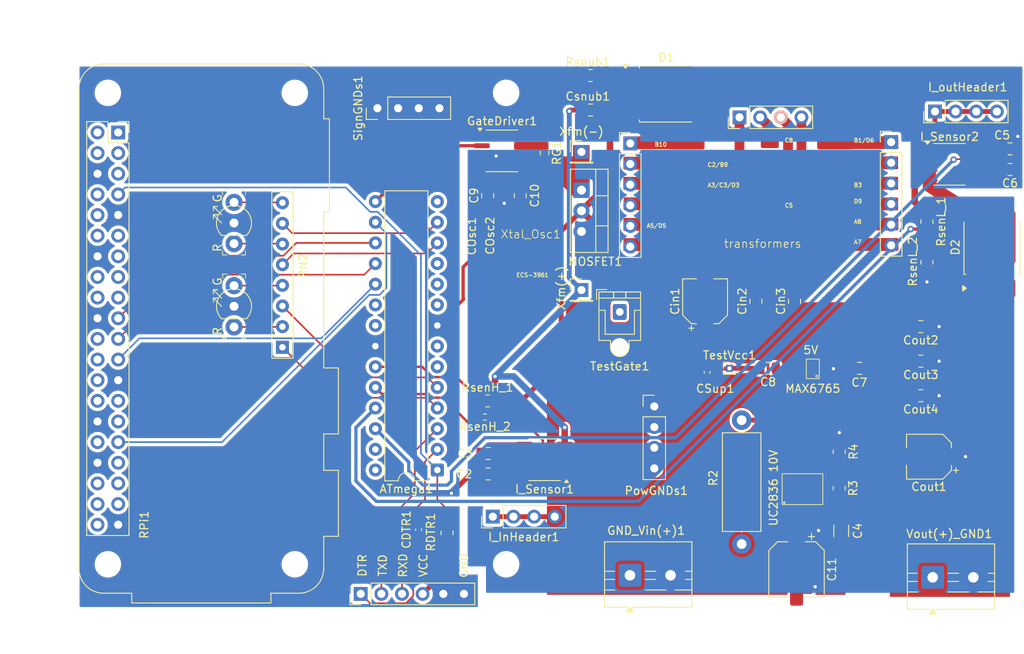
<source format=kicad_pcb>
(kicad_pcb (version 20241229) (generator "pcbnew") (generator_version "9.0")
  (title_block (title "EV Microgrid Flyback Converter ") (company "Cal Poly, Senior Project"))
  (layers (0 "F.Cu" signal) (2 "B.Cu" signal) (13 "F.Paste" user) (15 "B.Paste" user) (5 "F.SilkS" user "F.Silkscreen") (7 "B.SilkS" user "B.Silkscreen") (1 "F.Mask" user) (3 "B.Mask" user) (25 "Edge.Cuts" user))
  (net 0 "")
  (net 1 "/+5Vcc")
  (net 2 "AGND")
  (net 3 "Net-(I_Sensor1-FILTER)")
  (net 4 "PGND")
  (net 5 "/+10Vcc")
  (net 6 "Net-(I_Sensor2-FILTER)")
  (net 7 "Net-(MAX6765-ENABLE)")
  (net 8 "Net-(MAX6765-OUT)")
  (net 9 "/DTR")
  (net 10 "/!Reset")
  (net 11 "Net-(D1-A)")
  (net 12 "/Vin(+)")
  (net 13 "/Vout(+)")
  (net 14 "Net-(D1-K)")
  (net 15 "Net-(D2-A)")
  (net 17 "/PWM")
  (net 19 "Net-(GateDriver1-~{OUT_A})")
  (net 22 "Net-(I_outHeader1-Pin_1)")
  (net 23 "Net-(T1-AA)")
  (net 24 "/IH")
  (net 25 "/IL")
  (net 26 "Net-(UC2836_10V1-Shutdown)")
  (net 27 "/Red1")
  (net 28 "/Green1")
  (net 29 "Net-(D3-A1)")
  (net 30 "Net-(D3-A2)")
  (net 31 "Net-(D4-A2)")
  (net 32 "/Red2")
  (net 33 "/Green2")
  (net 34 "Net-(D4-A1)")
  (net 35 "/VH")
  (net 37 "/VL")
  (net 38 "/SCLK")
  (net 39 "Net-(ATmega1-XTAL1{slash}PB6)")
  (net 40 "Net-(ATmega1-XTAL2{slash}PB7)")
  (net 41 "unconnected-(ATmega1-AREF-Pad21)")
  (net 42 "/!SS")
  (net 43 "/MOSI")
  (net 44 "/RXD")
  (net 46 "/TXD")
  (net 47 "/ProReset")
  (net 48 "/MISO")
  (net 49 "Net-(UC2836_10V1-Driver_Sink)")
  (net 50 "Net-(UC2836_10V1-Feedback)")
  (net 52 "unconnected-(ATmega1-PC4-Pad27)")
  (net 53 "unconnected-(ATmega1-PB0-Pad14)")
  (net 66 "Net-(RPi1-3V3-Pad1)")
  (net 81 "Net-(MOSFET1-G)")
  (footprint "Capacitor_SMD:C_0201_0603Metric" (layer "F.Cu") (at 136.01 80.13 -90)
    (property "Reference" "COsc2")
    (property "Value" "22pF" (hide yes))
  )
  (footprint "Capacitor_SMD:C_0805_2012Metric" (layer "F.Cu") (at 170.21 93.13 180)
    (property "Reference" "C8")
    (property "Value" "0.1u" (hide yes))
  )
  (footprint "Capacitor_SMD:C_0805_2012Metric" (layer "F.Cu") (at 189 92.25 180)
    (property "Reference" "Cout3")
    (property "Value" "5u" (hide yes))
  )
  (footprint "Capacitor_SMD:C_0201_0603Metric" (layer "F.Cu") (at 133.75 80.13 -90)
    (property "Reference" "COsc1")
    (property "Value" "22pF" (hide yes))
  )
  (footprint "Resistor_SMD:R_0805_2012Metric" (layer "F.Cu") (at 178.96 103.38 -90)
    (property "Reference" "R4")
    (property "Value" "2.5k" (hide yes))
  )
  (footprint "Capacitor_SMD:C_0805_2012Metric" (layer "F.Cu") (at 189 88 180)
    (property "Reference" "Cout2")
    (property "Value" "5u" (hide yes))
  )
  (footprint "Resistor_SMD:R_0805_2012Metric" (layer "F.Cu") (at 130.71 113.38 -90)
    (property "Reference" "RDTR1")
    (property "Value" "10k" (hide yes))
  )
  (footprint "Capacitor_SMD:C_0805_2012Metric" (layer "F.Cu") (at 168.71 84.88 90)
    (property "Reference" "Cin2")
    (property "Value" "5u" (hide yes))
  )
  (footprint "FlybackSpecialtyComps:LED_3pin_P2.54mm" (layer "F.Cu") (at 104.5 77.79 90)
    (property "Reference" "D4" (hide yes))
    (property "Value" "LED_Dual_AKA" (hide yes))
  )
  (footprint "Capacitor_SMD:C_0805_2012Metric" (layer "F.Cu") (at 189 96.5 180)
    (property "Reference" "Cout4")
    (property "Value" "5u" (hide yes))
  )
  (footprint "Package_SO:SOIC-8_3.9x4.9mm_P1.27mm" (layer "F.Cu") (at 192.525 68.035)
    (property "Reference" "I_Sensor2")
    (property "Value" "ACS712xLCTR-05B" (hide yes))
  )
  (footprint "Package_SO:SOIC-8_3.9x4.9mm_P1.27mm" (layer "F.Cu") (at 137.46 66.38)
    (property "Reference" "GateDriver1")
    (property "Value" "TC4426xOA" (hide yes))
  )
  (footprint "Connector_PinHeader_1.00mm:PinHeader_1x01_P1.00mm_Vertical" (layer "F.Cu") (at 165.46 93.13)
    (property "Reference" "TestVcc1")
    (property "Value" "Conn_01x01_Pin" (hide yes))
  )
  (footprint "FlybackSpecialtyComps:transformers" (layer "F.Cu") (at 160.21 65.38)
    (property "Reference" "T1" (hide yes))
    (property "Value" "Transformer_1P_1S" (hide yes))
  )
  (footprint "Capacitor_SMD:CP_Elec_5x4.5" (layer "F.Cu") (at 162.46 84.88 90)
    (property "Reference" "Cin1")
    (property "Value" "10u" (hide yes))
  )
  (footprint "Package_TO_SOT_SMD:TO-252-3_TabPin2" (layer "F.Cu") (at 197.75 78.25 90)
    (property "Reference" "D2")
    (property "Value" "D" (hide yes))
  )
  (footprint "Resistor_THT:R_Array_SIP8" (layer "F.Cu") (at 110.46 90.54 90)
    (property "Reference" "RN2")
    (property "Value" "R_Pack04_SIP" (hide yes))
  )
  (footprint "Resistor_SMD:R_0805_2012Metric" (layer "F.Cu") (at 148.3725 57.105)
    (property "Reference" "Rsnub1")
    (property "Value" "110" (hide yes))
  )
  (footprint "Capacitor_SMD:C_0805_2012Metric" (layer "F.Cu") (at 135.71 71.88 90)
    (property "Reference" "C9")
    (property "Value" "10u" (hide yes))
  )
  (footprint "Connector_PinHeader_2.54mm:PinHeader_1x04_P2.54mm_Vertical" (layer "F.Cu") (at 136.34 111.38 90)
    (property "Reference" "I_InHeader1")
    (property "Value" "Conn_01x04_Pin" (hide yes))
  )
  (footprint "Capacitor_SMD:C_0805_2012Metric" (layer "F.Cu") (at 181.46 93.13)
    (property "Reference" "C7")
    (property "Value" "10u" (hide yes))
  )
  (footprint "Capacitor_SMD:C_0805_2012Metric" (layer "F.Cu") (at 148.3725 61.355)
    (property "Reference" "Csnub1")
    (property "Value" "4n" (hide yes))
  )
  (footprint "Capacitor_SMD:CP_Elec_5x4.5" (layer "F.Cu") (at 190 104 180)
    (property "Reference" "Cout1")
    (property "Value" "15u" (hide yes))
  )
  (footprint "Capacitor_SMD:C_0402_1005Metric" (layer "F.Cu") (at 162.71 93.63 -90)
    (property "Reference" "CSup1")
    (property "Value" "1uF" (hide yes))
  )
  (footprint "Capacitor_SMD:C_0805_2012Metric" (layer "F.Cu") (at 135.776297 106.116938 180)
    (property "Reference" "C2")
    (property "Value" "0.1u" (hide yes))
  )
  (footprint "Capacitor_SMD:C_0805_2012Metric" (layer "F.Cu") (at 199.975 66.13)
    (property "Reference" "C5")
    (property "Value" "0.1u" (hide yes))
  )
  (footprint "Connector_PinHeader_2.54mm:PinHeader_1x04_P2.54mm_Vertical" (layer "F.Cu") (at 156.21 97.82)
    (property "Reference" "PowGNDs1")
    (property "Value" "Conn_01x04_Pin" (hide yes))
  )
  (footprint "Connector_JST:JST_XH_B1B-XH-AM_1x01_P2.50mm_Vertical" (layer "F.Cu") (at 151.96 86.19)
    (property "Reference" "TestGate1")
    (property "Value" "Conn_01x01_Pin" (hide yes))
  )
  (footprint "FlybackSpecialtyComps:Max6765" (layer "F.Cu") (at 177.21 94.13 180)
    (property "Reference" "MAX6765")
    (property "Value" "5V Regulator" (hide yes))
  )
  (footprint "FlybackSpecialtyComps:FTDI_USB_TTL_Header" (layer "F.Cu") (at 120.09 120.88 90)
    (property "Reference" "Header1" (hide yes))
    (property "Value" "Conn_01x06_Male" (hide yes))
  )
  (footprint "Resistor_SMD:R_0805_2012Metric" (layer "F.Cu") (at 135.71 97.13)
    (property "Reference" "RsenH_1")
    (property "Value" "120k" (hide yes))
  )
  (footprint "Connector_PinHeader_2.54mm:PinHeader_1x04_P2.54mm_Vertical" (layer "F.Cu") (at 190.735 61.535 90)
    (property "Reference" "I_outHeader1")
    (property "Value" "Conn_01x04_Pin" (hide yes))
  )
  (footprint "Package_SO:SOIC-8_3.9x4.9mm_P1.27mm" (layer "F.Cu") (at 142.71 104.38 180)
    (property "Reference" "I_Sensor1")
    (property "Value" "ACS712xLCTR-05B" (hide yes))
  )
  (footprint "Resistor_SMD:R_0402_1005Metric_Pad0.72x0.64mm_HandSolder" (layer "F.Cu") (at 135.370389 99.13 180)
    (property "Reference" "RsenH_2")
    (property "Value" "10k" (hide yes))
  )
  (footprint "FlybackSpecialtyComps:FTDI_USB_TTL_Header" (layer "F.Cu") (at 185.349725 65.298571)
    (property "Reference" "Header1" (hide yes))
    (property "Value" "Conn_01x06_Male" (hide yes))
  )
  (footprint "Capacitor_SMD:C_0402_1005Metric" (layer "F.Cu") (at 127.21 112.98 -90)
    (property "Reference" "CDTR1")
    (property "Value" "1uF" (hide yes))
  )
  (footprint "Resistor_SMD:R_0805_2012Metric" (layer "F.Cu") (at 189.75 75.0875 -90)
    (property "Reference" "RsenL_1")
    (property "Value" "120k" (hide yes))
  )
  (footprint "Capacitor_SMD:C_0805_2012Metric" (layer "F.Cu") (at 139.71 71.88 90)
    (property "Reference" "C10")
    (property "Value" "0.1u" (hide yes))
  )
  (footprint "Resistor_SMD:R_0805_2012Metric" (layer "F.Cu") (at 178.96 107.88 90)
    (property "Reference" "R3")
    (property "Value" "7500" (hide yes))
  )
  (footprint "FlybackSpecialtyComps:LED_3pin_P2.54mm" (layer "F.Cu") (at 104.5 88.04 90)
    (property "Reference" "D3" (hide yes))
    (property "Value" "LED_Dual_AKA" (hide yes))
  )
  (footprint "Connector_PinHeader_2.54mm:PinHeader_1x01_P2.54mm_Vertical" (layer "F.Cu") (at 147.25 83.5)
    (property "Reference" "REF**" (hide yes))
    (property "Value" "PinHeader_1x01_P2.54mm_Vertical" (hide yes))
  )
  (footprint "Connector_PinHeader_2.54mm:PinHeader_1x01_P2.54mm_Vertical" (layer "F.Cu") (at 147.25 66.5)
    (property "Reference" "REF**" (hide yes))
    (property "Value" "PinHeader_1x01_P2.54mm_Vertical" (hide yes))
  )
  (footprint "Capacitor_SMD:C_0805_2012Metric" (layer "F.Cu") (at 173.46 84.88 90)
    (property "Reference" "Cin3")
    (property "Value" "5u" (hide yes))
  )
  (footprint "TerminalBlock:TerminalBlock_MaiXu_MX126-5.0-02P_1x02_P5.00mm" (layer "F.Cu") (at 153.21 118.5975)
    (property "Reference" "GND_Vin(+)1")
    (property "Value" "Screw_Terminal_01x02" (hide yes))
  )
  (footprint "Package_DIP:DIP-28_W7.62mm" (layer "F.Cu") (at 129.515 105.64 180)
    (property "Reference" "ATmega1")
    (property "Value" "ATmega328P-P" (hide yes))
  )
  (footprint "FlybackSpecialtyComps:UC2836" (layer "F.Cu") (at 172.46 110.87 90)
    (property "Reference" "UC2836_10V1" (hide yes))
    (property "Value" "10V Regulator" (hide yes))
  )
  (footprint "Package_TO_SOT_THT:TO-220-3_Vertical" (layer "F.Cu") (at 147.25 71.21 -90)
    (property "Reference" "MOSFET1")
    (property "Value" "IRF540N" (hide yes))
  )
  (footprint "Capacitor_SMD:C_0805_2012Metric" (layer "F.Cu") (at 135.776297 103.616938)
    (property "Reference" "C3")
    (property "Value" "1n" (hide yes))
  )
  (footprint "Connector_PinHeader_2.54mm:PinHeader_1x04_P2.54mm_Vertical" (layer "F.Cu") (at 122.15 61.13 90)
    (property "Reference" "SignGNDs1")
    (property "Value" "Conn_01x04_Pin" (hide yes))
  )
  (footprint "Resistor_SMD:R_0603_1608Metric" (layer "F.Cu") (at 142.71 66.63 -90)
    (property "Reference" "RG1")
    (property "Value" "0" (hide yes))
  )
  (footprint "FlybackSpecialtyComps:Raspberry_Pi_Zero_and_Four" (layer "F.Cu") (at 90.25 64.11)
    (property "Reference" "RPi1")
    (property "Value" "Raspberry_Pi_2_3")
  )
  (footprint "Resistor_SMD:R_0805_2012Metric" (layer "F.Cu") (at 189.75 80.0875 -90)
    (property "Reference" "RsenL_2")
    (property "Value" "10k" (hide yes))
  )
  (footprint "Connector_PinHeader_2.54mm:PinHeader_1x04_P2.54mm_Vertical" (layer "F.Cu") (at 166.69 62.25 90)
    (property "Reference" "I_InHeader1" (hide yes))
    (property "Value" "Conn_01x04_Pin" (hide yes))
  )
  (footprint "Capacitor_SMD:C_1206_3216Metric" (layer "F.Cu") (at 179.21 113.13 -90)
    (property "Reference" "C4")
    (property "Value" "30u" (hide yes))
  )
  (footprint "TerminalBlock:TerminalBlock_MaiXu_MX126-5.0-02P_1x02_P5.00mm" (layer "F.Cu") (at 190.46 118.8475)
    (property "Reference" "Vout(+)_GND1")
    (property "Value" "Screw_Terminal_01x02" (hide yes))
  )
  (footprint "Capacitor_SMD:C_0805_2012Metric" (layer "F.Cu") (at 199.975 68.668596 180)
    (property "Reference" "C6")
    (property "Value" "1n" (hide yes))
  )
  (footprint "FlybackSpecialtyComps:oscillator" (layer "F.Cu") (at 139.72 78.215)
    (property "Reference" "Xtal_Osc1")
    (property "Value" "ASCO" (hide yes))
  )
  (footprint "Resistor_THT:R_Axial_DIN0414_L11.9mm_D4.5mm_P15.24mm_Horizontal" (layer "F.Cu") (at 166.96 114.75 90)
    (property "Reference" "R2")
    (property "Value" "0.1" (hide yes))
  )
  (footprint "Capacitor_SMD:CP_Elec_6.3x7.7" (layer "F.Cu") (at 173.71 117.88 -90)
    (property "Reference" "C11")
    (property "Value" "30u" (hide yes))
  )
  (footprint "Package_TO_SOT_SMD:TO-252-3_TabPin2" (layer "F.Cu") (at 157.7 59.38)
    (property "Reference" "D1")
    (property "Value" "D" (hide yes))
  )
  (footprint "FlybackSpecialtyComps:FTDI_USB_TTL_Header" (layer "F.Cu") (at 153.25 65.46)
    (property "Reference" "Header1" (hide yes))
    (property "Value" "Conn_01x06_Male" (hide yes))
  )
  (gr_text "Xfm(+)" (at 144.75 83.25 90) (layer "F.SilkS") (effects (font (size 1 1))))
  (gr_text "5V" (at 175.46 90.88 0) (layer "F.SilkS") (effects (font (size 1 1))))
  (gr_text "Xfm(-)" (at 147.25 64 0) (layer "F.SilkS") (effects (font (size 1 1))))
  (segment (start 127.71 120.88) (end 130.71 117.88) (width 0.6) (layer "F.Cu") (net 1))
  (segment (start 162.71 93.15) (end 165.44 93.15) (width 0.5) (layer "F.Cu") (net 1))
  (segment (start 165.46 93.13) (end 169.26 93.13) (width 0.6) (layer "F.Cu") (net 1))
  (segment (start 130.71 117.88) (end 130.71 114.2925) (width 0.6) (layer "F.Cu") (net 1))
  (segment (start 140.235 106.355) (end 140.21 106.38) (width 0.2) (layer "F.Cu") (net 1))
  (segment (start 199.025 66.13) (end 195 66.13) (width 0.5) (layer "F.Cu") (net 1))
  (segment (start 140.235 106.285) (end 136.894359 106.285) (width 0.5) (layer "F.Cu") (net 1))
  (segment (start 140.235 106.285) (end 140.235 106.355) (width 0.2) (layer "F.Cu") (net 1))
  (segment (start 136.894359 106.285) (end 136.726297 106.116938) (width 0.2) (layer "F.Cu") (net 1))
  (segment (start 132.6875 84.6875) (end 132.6875 80.672501) (width 0.4) (layer "F.Cu") (net 2))
  (segment (start 136.01 79.81) (end 136.57 79.25) (width 0.4) (layer "F.Cu") (net 2))
  (segment (start 133.550001 79.81) (end 133.75 79.81) (width 0.4) (layer "F.Cu") (net 2))
  (segment (start 134.826297 106.116938) (end 134.826297 103.616938) (width 0.8) (layer "F.Cu") (net 2))
  (segment (start 140.235 102.475) (end 135.968235 102.475) (width 0.5) (layer "F.Cu") (net 2))
  (segment (start 195 69.94) (end 199.653596 69.94) (width 0.5) (layer "F.Cu") (net 2))
  (segment (start 129.515 87.86) (end 132.6875 84.6875) (width 0.4) (layer "F.Cu") (net 2))
  (segment (start 141.25 79.25) (end 141.25 79.225) (width 0.4) (layer "F.Cu") (net 2))
  (segment (start 133.75 79.81) (end 136.01 79.81) (width 0.4) (layer "F.Cu") (net 2))
  (segment (start 136.57 79.25) (end 141.25 79.25) (width 0.4) (layer "F.Cu") (net 2))
  (segment (start 134.826297 106.116938) (end 133.633062 106.116938) (width 0.6) (layer "F.Cu") (net 2))
  (segment (start 135.968235 102.475) (end 134.826297 103.616938) (width 0.5) (layer "F.Cu") (net 2))
  (segment (start 132.6875 80.672501) (end 133.550001 79.81) (width 0.4) (layer "F.Cu") (net 2))
  (segment (start 133.633062 106.116938) (end 131.25 108.5) (width 0.6) (layer "F.Cu") (net 2))
  (segment (start 200.925 66.13) (end 200.925 68.668596) (width 0.8) (layer "F.Cu") (net 2))
  (segment (start 200.925 66.13) (end 200.925 64.60971) (width 0.6) (layer "F.Cu") (net 2))
  (segment (start 199.653596 69.94) (end 200.925 68.668596) (width 0.5) (layer "F.Cu") (net 2))
  (segment (start 132.6875 84.6875) (end 132.75 84.625) (width 0.4) (layer "F.Cu") (net 2))
  (segment (start 141.25 79.225) (end 142.26 78.215) (width 0.4) (layer "F.Cu") (net 2))
  (via (at 131.25 108.5) (size 0.8) (drill 0.4) (layers "F.Cu" "B.Cu") (net 2))
  (via (at 200.9378 64.59691) (size 0.8) (drill 0.4) (layers "F.Cu" "B.Cu") (net 2))
  (segment (start 136.854359 103.745) (end 136.726297 103.616938) (width 0.2) (layer "F.Cu") (net 3))
  (segment (start 140.235 103.745) (end 136.854359 103.745) (width 0.5) (layer "F.Cu") (net 3))
  (segment (start 135.71 72.83) (end 137.75 72.83) (width 0.6) (layer "F.Cu") (net 4))
  (segment (start 134.985 67.015) (end 136.735 67.015) (width 0.6) (layer "F.Cu") (net 4))
  (segment (start 175 110.87) (end 175 111.669999) (width 0.6) (layer "F.Cu") (net 4))
  (segment (start 159 97.82) (end 162.71 94.11) (width 0.5) (layer "F.Cu") (net 4))
  (segment (start 189.95 96.5) (end 191.25 96.5) (width 0.6) (layer "F.Cu") (net 4))
  (segment (start 192.2 104) (end 194.5 104) (width 0.6) (layer "F.Cu") (net 4))
  (segment (start 177.21 93.18) (end 178.25 93.18) (width 0.4) (layer "F.Cu") (net 4))
  (segment (start 189.75 81) (end 189.75 82.5) (width 0.6) (layer "F.Cu") (net 4))
  (segment (start 189.95 92.25) (end 191.25 92.25) (width 0.6) (layer "F.Cu") (net 4))
  (segment (start 175 111.669999) (end 176.415 113.085) (width 0.6) (layer "F.Cu") (net 4))
  (segment (start 156.21 97.82) (end 159 97.82) (width 0.5) (layer "F.Cu") (net 4))
  (segment (start 175.42 120.58) (end 176 120) (width 0.6) (layer "F.Cu") (net 4))
  (segment (start 177.935001 114.605) (end 179.21 114.605) (width 0.6) (layer "F.Cu") (net 4))
  (segment (start 189.95 88) (end 191.25 88) (width 0.6) (layer "F.Cu") (net 4))
  (segment (start 178.96 102.4675) (end 178.96 101.053977) (width 0.6) (layer "F.Cu") (net 4))
  (segment (start 173.71 120.58) (end 175.42 120.58) (width 0.6) (layer "F.Cu") (net 4))
  (segment (start 137.75 72.83) (end 139.71 72.83) (width 0.6) (layer "F.Cu") (net 4))
  (segment (start 176.415 113.085) (end 177.935001 114.605) (width 0.6) (layer "F.Cu") (net 4))
  (via (at 189.75 82.5) (size 0.8) (drill 0.4) (layers "F.Cu" "B.Cu") (net 4))
  (via (at 191.25 88) (size 0.8) (drill 0.4) (layers "F.Cu" "B.Cu") (net 4))
  (via (at 136.75 67) (size 0.8) (drill 0.4) (layers "F.Cu" "B.Cu") (net 4))
  (via (at 176.415 113.085) (size 0.8) (drill 0.4) (layers "F.Cu" "B.Cu") (net 4))
  (via (at 176 120) (size 0.8) (drill 0.4) (layers "F.Cu" "B.Cu") (net 4))
  (via (at 178.25 93.18) (size 0.8) (drill 0.4) (layers "F.Cu" "B.Cu") (net 4))
  (via (at 194.5 104) (size 0.8) (drill 0.4) (layers "F.Cu" "B.Cu") (net 4))
  (via (at 191.25 92.25) (size 0.8) (drill 0.4) (layers "F.Cu" "B.Cu") (net 4))
  (via (at 137.75 72.83) (size 0.8) (drill 0.4) (layers "F.Cu" "B.Cu") (net 4))
  (via (at 178.970104 101.043873) (size 0.8) (drill 0.4) (layers "F.Cu" "B.Cu") (net 4))
  (via (at 191.25 96.5) (size 0.8) (drill 0.4) (layers "F.Cu" "B.Cu") (net 4))
  (segment (start 195.001404 68.668596) (end 195 68.67) (width 0.2) (layer "F.Cu") (net 6))
  (segment (start 199.025 68.668596) (end 195.001404 68.668596) (width 0.5) (layer "F.Cu") (net 6))
  (segment (start 176.61 92.23) (end 177.21 92.23) (width 0.3) (layer "F.Cu") (net 7))
  (segment (start 176.21 93.484999) (end 176.21 92.63) (width 0.3) (layer "F.Cu") (net 7))
  (segment (start 180.51 93.13) (end 179.61 92.23) (width 0.4) (layer "F.Cu") (net 7))
  (segment (start 176.21 92.63) (end 176.61 92.23) (width 0.3) (layer "F.Cu") (net 7))
  (segment (start 177.21 94.13) (end 176.855001 94.13) (width 0.3) (layer "F.Cu") (net 7))
  (segment (start 179.61 92.23) (end 177.21 92.23) (width 0.4) (layer "F.Cu") (net 7))
  (segment (start 176.855001 94.13) (end 176.21 93.484999) (width 0.3) (layer "F.Cu") (net 7))
  (segment (start 172.16 94.13) (end 171.16 93.13) (width 0.4) (layer "F.Cu") (net 8))
  (segment (start 174.21 94.13) (end 172.16 94.13) (width 0.4) (layer "F.Cu") (net 8))
  (segment (start 120.09 120.88) (end 120.21 120.88) (width 0.2) (layer "F.Cu") (net 9))
  (segment (start 126.559 121.11876) (end 126.559 115.441) (width 0.2) (layer "F.Cu") (net 9))
  (segment (start 126.559 115.441) (end 127.25 114.75) (width 0.2) (layer "F.Cu") (net 9))
  (segment (start 121.241 122.031) (end 125.64676 122.031) (width 0.2) (layer "F.Cu") (net 9))
  (segment (start 120.09 120.88) (end 121.241 122.031) (width 0.2) (layer "F.Cu") (net 9))
  (segment (start 127.25 114.75) (end 127.21 114.71) (width 0.2) (layer "F.Cu") (net 9))
  (segment (start 125.64676 122.031) (end 126.559 121.11876) (width 0.2) (layer "F.Cu") (net 9))
  (segment (start 127.21 114.71) (end 127.21 113.46) (width 0.2) (layer "F.Cu") (net 9))
  (segment (start 130.71 110.46) (end 129.5 109.25) (width 0.2) (layer "F.Cu") (net 10))
  (segment (start 130.71 112.4675) (end 130.71 110.46) (width 0.2) (layer "F.Cu") (net 10))
  (segment (start 129.5 109.25) (end 129.515 109.235) (width 0.2) (layer "F.Cu") (net 10))
  (segment (start 127.21 112.5) (end 130.6775 112.5) (width 0.2) (layer "F.Cu") (net 10))
  (segment (start 129.515 109.235) (end 129.515 105.64) (width 0.2) (layer "F.Cu") (net 10))
  (segment (start 121.258059 73.878109) (end 122.170159 73.878109) (width 0.2) (layer "B.Cu") (net 10))
  (segment (start 122.170159 73.878109) (end 127.5 79.20795) (width 0.2) (layer "B.Cu") (net 10))
  (segment (start 91.1 70.88) (end 118.25995 70.88) (width 0.2) (layer "B.Cu") (net 10))
  (segment (start 118.25995 70.88) (end 121.258059 73.878109) (width 0.2) (layer "B.Cu") (net 10))
  (segment (start 90.25 71.73) (end 91.1 70.88) (width 0.2) (layer "B.Cu") (net 10))
  (segment (start 127.5 103.625) (end 129.515 105.64) (width 0.2) (layer "B.Cu") (net 10))
  (segment (start 127.5 79.20795) (end 127.5 103.625) (width 0.2) (layer "B.Cu") (net 10))
  (segment (start 162.46 82.68) (end 152.93 82.68) (width 0.8) (layer "F.Cu") (net 11))
  (segment (start 150.75 61.29) (end 152.66 59.38) (width 0.8) (layer "F.Cu") (net 11))
  (segment (start 147.25 73.75) (end 150.75 70.25) (width 0.8) (layer "F.Cu") (net 11))
  (segment (start 150.25 76.75) (end 147.25 73.75) (width 0.8) (layer "F.Cu") (net 11))
  (segment (start 144.75 92.25) (end 144.75 76.25) (width 0.6) (layer "F.Cu") (net 11))
  (segment (start 135.967889 99.13) (end 137.87 99.13) (width 0.6) (layer "F.Cu") (net 11))
  (segment (start 144.75 76.25) (end 147.25 73.75) (width 0.6) (layer "F.Cu") (net 11))
  (segment (start 152.66 59.38) (end 158.96 59.38) (width 0.8) (layer "F.Cu") (net 11))
  (segment (start 150.25 80) (end 150.25 76.75) (width 0.8) (layer "F.Cu") (net 11))
  (segment (start 152.93 82.68) (end 150.25 80) (width 0.8) (layer "F.Cu") (net 11))
  (segment (start 150.75 70.25) (end 150.75 61.29) (width 0.8) (layer "F.Cu") (net 11))
  (segment (start 137.87 99.13) (end 144.75 92.25) (width 0.6) (layer "F.Cu") (net 11))
  (segment (start 145.095 105.015) (end 144.96 104.88) (width 0.2) (layer "F.Cu") (net 12))
  (segment (start 145.185 105.015) (end 145.095 105.015) (width 0.2) (layer "F.Cu") (net 12))
  (segment (start 143.96 107.51) (end 143.96 111.38) (width 0.6) (layer "F.Cu") (net 12))
  (segment (start 145.185 106.285) (end 143.96 107.51) (width 0.6) (layer "F.Cu") (net 12))
  (segment (start 143.96 111.38) (end 136.34 111.38) (width 0.6) (layer "F.Cu") (net 12))
  (segment (start 149.285 57.105) (end 152.655 57.105) (width 0.7) (layer "F.Cu") (net 14))
  (segment (start 149.3225 61.355) (end 149.3225 57.1425) (width 0.7) (layer "F.Cu") (net 14))
  (segment (start 152.655 57.105) (end 152.66 57.1) (width 0.7) (layer "F.Cu") (net 14))
  (segment (start 121.895 72.62) (end 128.77 65.745) (width 0.4) (layer "F.Cu") (net 17))
  (segment (start 128.77 65.745) (end 134.985 65.745) (width 0.4) (layer "F.Cu") (net 17))
  (segment (start 188.25 68.225001) (end 188.25 72.675) (width 0.8) (layer "F.Cu") (net 22))
  (segment (start 188.25 72.675) (end 189.75 74.175) (width 0.8) (layer "F.Cu") (net 22))
  (segment (start 190.735 65.445) (end 190.735 61.535) (width 0.6) (layer "F.Cu") (net 22))
  (segment (start 189.075001 67.4) (end 188.25 68.225001) (width 0.8) (layer "F.Cu") (net 22))
  (segment (start 190.05 67.4) (end 189.075001 67.4) (width 0.8) (layer "F.Cu") (net 22))
  (segment (start 190.735 65.445) (end 190.05 66.13) (width 0.6) (layer "F.Cu") (net 22))
  (segment (start 190.735 61.535) (end 198.355 61.535) (width 0.6) (layer "F.Cu") (net 22))
  (segment (start 145.189865 100.400407) (end 145.189865 100.407298) (width 0.8) (layer "F.Cu") (net 23))
  (segment (start 145.895 61.355) (end 145.75 61.5) (width 0.6) (layer "F.Cu") (net 23))
  (segment (start 136.6225 97.13) (end 136.6225 94.1275) (width 0.8) (layer "F.Cu") (net 23))
  (segment (start 147.4225 61.355) (end 145.895 61.355) (width 0.6) (layer "F.Cu") (net 23))
  (segment (start 145.189865 100.407298) (end 145.185 100.412163) (width 0.8) (layer "F.Cu") (net 23))
  (segment (start 147.4225 61.355) (end 147.4225 57.1425) (width 0.7) (layer "F.Cu") (net 23))
  (segment (start 145.185 100.412163) (end 145.185 102.475) (width 0.8) (layer "F.Cu") (net 23))
  (via (at 136.6225 94.1275) (size 0.8) (drill 0.4) (layers "F.Cu" "B.Cu") (net 23))
  (via (at 145.75 61.5) (size 0.8) (drill 0.4) (layers "F.Cu" "B.Cu") (net 23))
  (via (at 145.189865 100.400407) (size 0.8) (drill 0.4) (layers "F.Cu" "B.Cu") (net 23))
  (segment (start 136.6225 94.1275) (end 147.25 83.5) (width 0.8) (layer "B.Cu") (net 23))
  (segment (start 145.189865 100.400407) (end 138.916958 94.1275) (width 0.8) (layer "B.Cu") (net 23))
  (segment (start 138.916958 94.1275) (end 136.6225 94.1275) (width 0.8) (layer "B.Cu") (net 23))
  (segment (start 145.75 61.5) (end 145.75 82) (width 0.6) (layer "B.Cu") (net 23))
  (segment (start 145.75 82) (end 147.25 83.5) (width 0.6) (layer "B.Cu") (net 23))
  (segment (start 128.876257 96.743447) (end 128.43181 96.299) (width 0.3) (layer "F.Cu") (net 24))
  (segment (start 122.714 96.299) (end 121.895 95.48) (width 0.3) (layer "F.Cu") (net 24))
  (segment (start 141.735 105.015) (end 142.5 104.25) (width 0.3) (layer "F.Cu") (net 24))
  (segment (start 130.243447 96.743447) (end 128.876257 96.743447) (width 0.3) (layer "F.Cu") (net 24))
  (segment (start 140.235 105.015) (end 141.735 105.015) (width 0.3) (layer "F.Cu") (net 24))
  (segment (start 134.25 100.75) (end 130.243447 96.743447) (width 0.3) (layer "F.Cu") (net 24))
  (segment (start 141.25 100.75) (end 134.25 100.75) (width 0.3) (layer "F.Cu") (net 24))
  (segment (start 142.5 104.25) (end 142.5 102) (width 0.3) (layer "F.Cu") (net 24))
  (segment (start 128.43181 96.299) (end 122.714 96.299) (width 0.3) (layer "F.Cu") (net 24))
  (segment (start 142.5 102) (end 141.25 100.75) (width 0.3) (layer "F.Cu") (net 24))
  (segment (start 193.095219 67.4) (end 193.04 67.455219) (width 0.2) (layer "F.Cu") (net 25))
  (segment (start 195 67.4) (end 193.095219 67.4) (width 0.2) (layer "F.Cu") (net 25))
  (via (at 193.04 67.455219) (size 0.8) (drill 0.4) (layers "F.Cu" "B.Cu") (net 25))
  (segment (start 126 105.75) (end 127.75 107.5) (width 0.4) (layer "B.Cu") (net 25))
  (segment (start 121.895 100.56) (end 126 104.665) (width 0.4) (layer "B.Cu") (net 25))
  (segment (start 130.75 107.5) (end 131.25 107) (width 0.4) (layer "B.Cu") (net 25))
  (segment (start 131.25 107) (end 131.25 105.79116) (width 0.4) (layer "B.Cu") (net 25))
  (segment (start 126 104.665) (end 126 105.75) (width 0.4) (layer "B.Cu") (net 25))
  (segment (start 127.75 107.5) (end 130.75 107.5) (width 0.4) (layer "B.Cu") (net 25))
  (segment (start 158.834219 101.661) (end 193.04 67.455219) (width 0.4) (layer "B.Cu") (net 25))
  (segment (start 135.38016 101.661) (end 158.834219 101.661) (width 0.4) (layer "B.Cu") (net 25))
  (segment (start 131.25 105.79116) (end 135.38016 101.661) (width 0.4) (layer "B.Cu") (net 25))
  (segment (start 173.73 110.87) (end 173.73 115.16) (width 0.4) (layer "F.Cu") (net 26))
  (segment (start 116.67 96.75) (end 128.245 96.75) (width 0.2) (layer "F.Cu") (net 27))
  (segment (start 110.46 90.54) (end 116.67 96.75) (width 0.2) (layer "F.Cu") (net 27))
  (segment (start 128.245 96.75) (end 129.515 98.02) (width 0.2) (layer "F.Cu") (net 27))
  (segment (start 110.46 85.46) (end 119.25 94.25) (width 0.2) (layer "F.Cu") (net 28))
  (segment (start 119.25 94.25) (end 128.285 94.25) (width 0.2) (layer "F.Cu") (net 28))
  (segment (start 128.285 94.25) (end 129.515 95.48) (width 0.2) (layer "F.Cu") (net 28))
  (segment (start 104.46 88.04) (end 110.42 88.04) (width 0.2) (layer "F.Cu") (net 29))
  (segment (start 104.46 82.96) (end 110.42 82.96) (width 0.2) (layer "F.Cu") (net 30))
  (segment (start 104.5 72.71) (end 110.41 72.71) (width 0.2) (layer "F.Cu") (net 31))
  (segment (start 110.46 80.38) (end 111.84 79) (width 0.2) (layer "F.Cu") (net 32))
  (segment (start 128.215 79) (end 129.515 77.7) (width 0.2) (layer "F.Cu") (net 32))
  (segment (start 111.84 79) (end 128.215 79) (width 0.2) (layer "F.Cu") (net 32))
  (segment (start 128.175 76.5) (end 129.515 75.16) (width 0.2) (layer "F.Cu") (net 33))
  (segment (start 111.66 76.5) (end 128.175 76.5) (width 0.2) (layer "F.Cu") (net 33))
  (segment (start 110.46 75.3) (end 111.66 76.5) (width 0.2) (layer "F.Cu") (net 33))
  (segment (start 104.5 77.79) (end 110.41 77.79) (width 0.2) (layer "F.Cu") (net 34))
  (segment (start 128.920208 94.214326) (end 131.881826 94.214326) (width 0.3) (layer "F.Cu") (net 35))
  (segment (start 131.881826 94.214326) (end 134.7975 97.13) (width 0.3) (layer "F.Cu") (net 35))
  (segment (start 134.7975 97.13) (end 134.7975 99.105389) (width 0.4) (layer "F.Cu") (net 35))
  (segment (start 121.895 92.94) (end 127.645882 92.94) (width 0.3) (layer "F.Cu") (net 35))
  (segment (start 127.645882 92.94) (end 128.920208 94.214326) (width 0.3) (layer "F.Cu") (net 35))
  (segment (start 187.75 76) (end 189.75 76) (width 0.4) (layer "F.Cu") (net 37))
  (segment (start 189.75 76) (end 189.75 79.175) (width 0.8) (layer "F.Cu") (net 37))
  (via (at 187.75 76) (size 0.8) (drill 0.4) (layers "F.Cu" "B.Cu") (net 37))
  (segment (start 119.5 100.415) (end 121.895 98.02) (width 0.4) (layer "B.Cu") (net 37))
  (segment (start 122 109.5) (end 119.5 107) (width 0.4) (layer "B.Cu") (net 37))
  (segment (start 187.75 76) (end 154.25 109.5) (width 0.4) (layer "B.Cu") (net 37))
  (segment (start 119.5 107) (end 119.5 100.415) (width 0.4) (layer "B.Cu") (net 37))
  (segment (start 154.25 109.5) (end 122 109.5) (width 0.4) (layer "B.Cu") (net 37))
  (segment (start 92.861 89.439) (end 90.25 92.05) (width 0.2) (layer "B.Cu") (net 38))
  (segment (start 115.236 89.439) (end 92.861 89.439) (width 0.2) (layer "B.Cu") (net 38))
  (segment (start 121.895 82.78) (end 115.236 89.439) (width 0.2) (layer "B.Cu") (net 38))
  (segment (start 139.685 80.45) (end 136.01 80.45) (width 0.3) (layer "F.Cu") (net 39))
  (segment (start 123.25 76.515) (end 123.25 83.25) (width 0.2) (layer "B.Cu") (net 42))
  (segment (start 121.895 75.16) (end 123.25 76.515) (width 0.2) (layer "B.Cu") (net 42))
  (segment (start 121.143059 84.099041) (end 103.0321 102.21) (width 0.2) (layer "B.Cu") (net 42))
  (segment (start 123.25 83.25) (end 122.400959 84.099041) (width 0.2) (layer "B.Cu") (net 42))
  (segment (start 103.0321 102.21) (end 90.25 102.21) (width 0.2) (layer "B.Cu") (net 42))
  (segment (start 122.400959 84.099041) (end 121.143059 84.099041) (width 0.2) (layer "B.Cu") (net 42))
  (segment (start 97.941 79.279) (end 90.25 86.97) (width 0.2) (layer "F.Cu") (net 43))
  (segment (start 121.895 77.7) (end 112.15705 77.7) (width 0.2) (layer "F.Cu") (net 43))
  (segment (start 112.15705 77.7) (end 110.57805 79.279) (width 0.2) (layer "F.Cu") (net 43))
  (segment (start 110.57805 79.279) (end 97.941 79.279) (width 0.2) (layer "F.Cu") (net 43))
  (segment (start 125.17 112.08) (end 128 109.25) (width 0.2) (layer "F.Cu") (net 44))
  (segment (start 128 104.615) (end 129.515 103.1) (width 0.2) (layer "F.Cu") (net 44))
  (segment (start 128 109.25) (end 128 104.615) (width 0.2) (layer "F.Cu") (net 44))
  (segment (start 125.17 120.88) (end 125.17 112.08) (width 0.2) (layer "F.Cu") (net 44))
  (segment (start 126.75 103.325) (end 129.515 100.56) (width 0.2) (layer "F.Cu") (net 46))
  (segment (start 122.63 120.88) (end 122.63 112.62) (width 0.2) (layer "F.Cu") (net 46))
  (segment (start 122.63 112.62) (end 126.75 108.5) (width 0.2) (layer "F.Cu") (net 46))
  (segment (start 126.75 108.5) (end 126.75 103.325) (width 0.2) (layer "F.Cu") (net 46))
  (segment (start 120.526 81.609) (end 98.151 81.609) (width 0.2) (layer "F.Cu") (net 48))
  (segment (start 98.151 81.609) (end 90.25 89.51) (width 0.2) (layer "F.Cu") (net 48))
  (segment (start 121.895 80.24) (end 120.526 81.609) (width 0.2) (layer "F.Cu") (net 48))
  (segment (start 173.73 105.13) (end 173.73 104.330001) (width 0.6) (layer "F.Cu") (net 49))
  (segment (start 168.909999 99.51) (end 166.96 99.51) (width 0.6) (layer "F.Cu") (net 49))
  (segment (start 173.73 104.330001) (end 168.909999 99.51) (width 0.6) (layer "F.Cu") (net 49))
  (segment (start 178.96 104.2925) (end 178.96 106.9675) (width 0.5) (layer "F.Cu") (net 50))
  (segment (start 178.96 106.9675) (end 173.497501 106.9675) (width 0.5) (layer "F.Cu") (net 50))
  (segment (start 172.46 105.929999) (end 172.46 105.13) (width 0.5) (layer "F.Cu") (net 50))
  (segment (start 173.497501 106.9675) (end 172.46 105.929999) (width 0.5) (layer "F.Cu") (net 50))
  (segment (start 172.66282 63.14282) (end 171.77 62.25) (width 1.2) (layer "F.Cu") (net 52))
  (segment (start 169.23 62.25) (end 170.25 63.27) (width 1.2) (layer "F.Cu") (net 52))
  (segment (start 170.421 67.883) (end 171.617 67.883) (width 1.2) (layer "F.Cu") (net 52))
  (segment (start 171.617 67.883) (end 172.66282 66.83718) (width 1.2) (layer "F.Cu") (net 52))
  (segment (start 170.421 70.386) (end 168.886 70.386) (width 1.2) (layer "F.Cu") (net 52))
  (segment (start 168.886 70.386) (end 166.69 68.19) (width 1.2) (layer "F.Cu") (net 52))
  (segment (start 170.25 63.27) (end 170.25 65.209) (width 1.2) (layer "F.Cu") (net 52))
  (segment (start 171.361 72.889) (end 174.31 69.94) (width 1.2) (layer "F.Cu") (net 52))
  (segment (start 166.69 68.19) (end 166.69 62.25) (width 1.2) (layer "F.Cu") (net 52))
  (segment (start 172.66282 66.83718) (end 172.66282 63.14282) (width 1.2) (layer "F.Cu") (net 52))
  (segment (start 174.31 69.94) (end 174.31 62.25) (width 1.2) (layer "F.Cu") (net 52))
  (segment (start 170.421 72.889) (end 171.361 72.889) (width 1.2) (layer "F.Cu") (net 52))
  (zone (net 13) (net_name "/Vout(+)") (layer "F.Cu") (priority 3) (connect_pads yes (clearance 0.3)) (min_thickness 0.25) (fill yes (thermal_gap 0.5) (thermal_bridge_width 0.5))
    (polygon (pts (xy 185.368478 82) (xy 196.5 82) (xy 196.5 85) (xy 199.999829 85) (xy 199.975 121.25) (xy 185.182459 121.25)))
  )
  (zone (net 11) (net_name "Net-(D1-A)") (layer "F.Cu") (priority 12) (connect_pads yes (clearance 0)) (min_thickness 0.25) (fill yes (thermal_gap 0.5) (thermal_bridge_width 0.5) (island_removal_mode 1) (island_area_min 10))
    (polygon (pts (xy 161.75 81.25) (xy 174.5 81.25) (xy 174.5 84.5) (xy 161.75 84.5)))
  )
  (zone (net 41) (net_name "unconnected-(ATmega1-AREF-Pad21)") (layer "F.Cu") (priority 11) (connect_pads yes (clearance 0)) (min_thickness 0.25) (fill yes (thermal_gap 0.5) (thermal_bridge_width 0.5) (island_removal_mode 1) (island_area_min 10))
    (polygon (pts (xy 152.410254 74.628387) (xy 162.365565 74.628387) (xy 162.365565 76.210073) (xy 152.410254 76.210073)))
  )
  (zone (net 49) (net_name "Net-(UC2836_10V1-Driver_Sink)") (layer "F.Cu") (priority 1) (connect_pads yes (clearance 0)) (min_thickness 0.25) (fill yes (thermal_gap 0.5) (thermal_bridge_width 0.5))
    (polygon (pts (xy 173.622987 105.781217) (xy 175.085932 105.781217) (xy 175.085932 104.455854) (xy 173.622987 104.455854)))
  )
  (zone (net 12) (net_name "/Vin(+)") (layer "F.Cu") (priority 5) (connect_pads yes (clearance 0.3)) (min_thickness 0.25) (fill yes (thermal_gap 0.5) (thermal_bridge_width 0.5))
    (polygon (pts (xy 143 121) (xy 179.75 121) (xy 179.75 85) (xy 143 85)))
  )
  (zone (net 5) (net_name "/+10Vcc") (layer "F.Cu") (priority 2) (connect_pads yes (clearance 0)) (min_thickness 0.25) (fill yes (thermal_gap 0.5) (thermal_bridge_width 0.5))
    (polygon (pts (xy 135.21 71.13) (xy 135.21 69.13) (xy 137.96 66.88) (xy 140.71 66.88) (xy 140.71 71.13)))
  )
  (zone (net 19) (net_name "Net-(GateDriver1-~{OUT_A})") (layer "F.Cu") (priority 9) (connect_pads yes (clearance 0.4)) (min_thickness 0.25) (fill yes (thermal_gap 0.5) (thermal_bridge_width 0.5))
    (polygon (pts (xy 138.969653 65.25) (xy 138.969653 66.25) (xy 143.183638 66.25) (xy 143.183638 65.25)))
  )
  (zone (net 41) (net_name "unconnected-(ATmega1-AREF-Pad21)") (layer "F.Cu") (priority 11) (connect_pads yes (clearance 0)) (min_thickness 0.25) (fill yes (thermal_gap 0.5) (thermal_bridge_width 0.5) (island_removal_mode 1) (island_area_min 10))
    (polygon (pts (xy 152.425885 64.588888) (xy 162.381196 64.588888) (xy 162.381196 66.170574) (xy 152.425885 66.170574)))
  )
  (zone (net 15) (net_name "Net-(D2-A)") (layer "F.Cu") (priority 4) (connect_pads yes (clearance 0.5)) (min_thickness 0.25) (fill yes (thermal_gap 0.5) (thermal_bridge_width 0.5))
    (polygon (pts (xy 197.25 83) (xy 198.25 83) (xy 198.25 79.25) (xy 197.25 79.25)))
  )
  (zone (net 53) (net_name "unconnected-(ATmega1-PB0-Pad14)") (layer "F.Cu") (priority 11) (connect_pads yes (clearance 0)) (min_thickness 0.25) (fill yes (thermal_gap 0.5) (thermal_bridge_width 0.5) (island_removal_mode 1) (island_area_min 10))
    (polygon (pts (xy 176.251709 69.564467) (xy 186.20702 69.564467) (xy 186.20702 71.146153) (xy 176.251709 71.146153)))
  )
  (zone (net 15) (net_name "Net-(D2-A)") (layer "F.Cu") (connect_pads yes (clearance 0)) (min_thickness 0.25) (fill yes (thermal_gap 0.5) (thermal_bridge_width 0.5))
    (polygon (pts (xy 189.255853 68.558052) (xy 189.255853 70.058052) (xy 190.846022 70.058052) (xy 190.846022 68.558052)))
  )
  (zone (net 53) (net_name "unconnected-(ATmega1-PB0-Pad14)") (layer "F.Cu") (priority 11) (connect_pads yes (clearance 0)) (min_thickness 0.25) (fill yes (thermal_gap 0.5) (thermal_bridge_width 0.5) (island_removal_mode 1) (island_area_min 10))
    (polygon (pts (xy 176.286599 74.588643) (xy 186.24191 74.588643) (xy 186.24191 76.170329) (xy 176.286599 76.170329)))
  )
  (zone (net 53) (net_name "unconnected-(ATmega1-PB0-Pad14)") (layer "F.Cu") (priority 11) (connect_pads yes (clearance 0)) (min_thickness 0.25) (fill yes (thermal_gap 0.5) (thermal_bridge_width 0.5) (island_removal_mode 1) (island_area_min 10))
    (polygon (pts (xy 176.251709 67.052379) (xy 186.20702 67.052379) (xy 186.20702 68.634065) (xy 176.251709 68.634065)))
  )
  (zone (net 53) (net_name "unconnected-(ATmega1-PB0-Pad14)") (layer "F.Cu") (priority 11) (connect_pads yes (clearance 0)) (min_thickness 0.25) (fill yes (thermal_gap 0.5) (thermal_bridge_width 0.5) (island_removal_mode 1) (island_area_min 10))
    (polygon (pts (xy 176.274786 64.575182) (xy 186.230097 64.575182) (xy 186.230097 66.156868) (xy 176.274786 66.156868)))
  )
  (zone (net 41) (net_name "unconnected-(ATmega1-AREF-Pad21)") (layer "F.Cu") (priority 11) (connect_pads yes (clearance 0.2)) (min_thickness 0.25) (fill yes (thermal_gap 0.5) (thermal_bridge_width 0.5) (island_removal_mode 1) (island_area_min 10))
    (polygon (pts (xy 152.410254 77.117215) (xy 162.365565 77.117215) (xy 162.365565 78.698901) (xy 152.410254 78.698901)))
  )
  (zone (net 22) (net_name "Net-(I_outHeader1-Pin_1)") (layer "F.Cu") (connect_pads yes (clearance 0)) (min_thickness 0.25) (fill yes (thermal_gap 0.5) (thermal_bridge_width 0.5))
    (polygon (pts (xy 189.276429 66.044415) (xy 189.276429 67.544415) (xy 190.866598 67.544415) (xy 190.866598 66.044415)))
  )
  (zone (net 41) (net_name "unconnected-(ATmega1-AREF-Pad21)") (layer "F.Cu") (priority 11) (connect_pads yes (clearance 0)) (min_thickness 0.25) (fill yes (thermal_gap 0.5) (thermal_bridge_width 0.5) (island_removal_mode 1) (island_area_min 10))
    (polygon (pts (xy 152.433514 72.093039) (xy 162.388825 72.093039) (xy 162.388825 73.674725) (xy 152.433514 73.674725)))
  )
  (zone (net 23) (net_name "Net-(T1-AA)") (layer "F.Cu") (connect_pads yes (clearance 0.1)) (min_thickness 0.25) (fill yes (thermal_gap 0.5) (thermal_bridge_width 0.5))
    (polygon (pts (xy 145.950824 103.88) (xy 145.950824 102.38) (xy 144.360655 102.38) (xy 144.360655 103.88)))
  )
  (zone (net 15) (net_name "Net-(D2-A)") (layer "F.Cu") (priority 8) (connect_pads yes (clearance 0.4)) (min_thickness 0.25) (fill yes (thermal_gap 0.5) (thermal_bridge_width 0.5))
    (polygon (pts (xy 189.25 69.75) (xy 189.25 71.083333) (xy 195.5 75.25) (xy 198.75 75.25) (xy 190.826021 70.240785) (xy 190.5 70) (xy 190.5 69.75)))
  )
  (zone (net 41) (net_name "unconnected-(ATmega1-AREF-Pad21)") (layer "F.Cu") (priority 11) (connect_pads yes (clearance 0)) (min_thickness 0.25) (fill yes (thermal_gap 0.5) (thermal_bridge_width 0.5) (island_removal_mode 1) (island_area_min 10))
    (polygon (pts (xy 152.41227 67.100975) (xy 162.367581 67.100975) (xy 162.367581 68.682661) (xy 152.41227 68.682661)))
  )
  (zone (net 81) (net_name "Net-(MOSFET1-G)") (layer "F.Cu") (priority 10) (connect_pads yes (clearance 0)) (min_thickness 0.25) (fill yes (thermal_gap 0.5) (thermal_bridge_width 0.5) (island_removal_mode 1) (island_area_min 10))
    (polygon (pts (xy 142.267032 68.080014) (xy 146.25 72) (xy 148.25 72) (xy 148.25 65.654701) (xy 146.207774 65.654701) (xy 146.207774 67.052133) (xy 142.267032 67.049193)))
  )
  (zone (net 53) (net_name "unconnected-(ATmega1-PB0-Pad14)") (layer "F.Cu") (priority 11) (connect_pads yes (clearance 0)) (min_thickness 0.25) (fill yes (thermal_gap 0.5) (thermal_bridge_width 0.5) (island_removal_mode 1) (island_area_min 10))
    (polygon (pts (xy 176.251709 72.111445) (xy 186.20702 72.111445) (xy 186.20702 73.693131) (xy 176.251709 73.693131)))
  )
  (zone (net 41) (net_name "unconnected-(ATmega1-AREF-Pad21)") (layer "F.Cu") (priority 11) (connect_pads yes (clearance 0)) (min_thickness 0.25) (fill yes (thermal_gap 0.5) (thermal_bridge_width 0.5) (island_removal_mode 1) (island_area_min 10))
    (polygon (pts (xy 152.405493 69.580951) (xy 162.360804 69.580951) (xy 162.360804 71.162637) (xy 152.405493 71.162637)))
  )
  (zone (net 53) (net_name "unconnected-(ATmega1-PB0-Pad14)") (layer "F.Cu") (priority 11) (connect_pads yes (clearance 0)) (min_thickness 0.25) (fill yes (thermal_gap 0.5) (thermal_bridge_width 0.5) (island_removal_mode 1) (island_area_min 10))
    (polygon (pts (xy 176.286599 77.100731) (xy 186.24191 77.100731) (xy 186.24191 78.682417) (xy 176.286599 78.682417)))
  )
  (zone (net 2) (net_name "AGND") (layer "B.Cu") (priority 7) (connect_pads yes (clearance 0.4)) (min_thickness 0.25) (fill yes (thermal_gap 0.5) (thermal_bridge_width 0.5))
    (polygon (pts (xy 85.5 122.5) (xy 85.5 56) (xy 201.5 56) (xy 201.5 71) (xy 187.75 71) (xy 187.75 65.25) (xy 132.25 65.25) (xy 132.25 118.5) (xy 134.5 118.5) (xy 134.5 122.5)))
  )
  (zone (net 4) (net_name "PGND") (layer "B.Cu") (priority 6) (connect_pads yes (clearance 0.4)) (min_thickness 0.25) (fill yes (thermal_gap 0.5) (thermal_bridge_width 0.5))
    (polygon (pts (xy 133.25 66.25) (xy 133.25 117.5) (xy 135.5 117.5) (xy 135.5 120.75) (xy 200.5 120.75) (xy 200.5 72) (xy 186.75 72) (xy 186.75 66.25)))
  )
)
</source>
